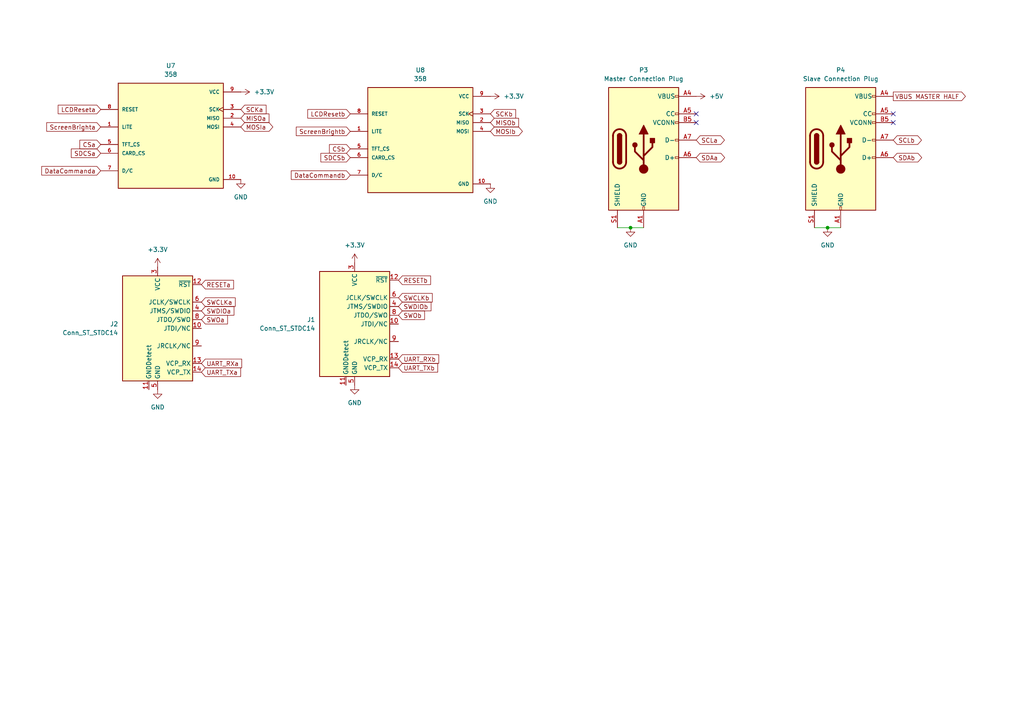
<source format=kicad_sch>
(kicad_sch (version 20250114) (generator "eeschema") (generator_version "9.0")
  (paper "A4")
  (lib_symbols
    (symbol "Connector:Conn_ST_STDC14"
      (property "Reference" "J" (at -8.89 16.51 0))
      (property "Value" "Conn_ST_STDC14" (at 17.78 16.51 0))
      (symbol "Conn_ST_STDC14_0_1"
        (rectangle (start -10.16 15.24) (end 10.16 -15.24) (stroke (width 0.254)) (fill (type background)))
      )
      (symbol "Conn_ST_STDC14_1_1"
        (pin no_connect line (at -10.16 5.08 0) (length 2.54) (hide yes) (name "NC") (number "1"))
        (pin no_connect line (at -10.16 2.54 0) (length 2.54) (hide yes) (name "NC") (number "2"))
        (pin passive line (at -2.54 -17.78 90) (length 2.54) (name "GNDDetect") (number "11"))
        (pin power_in line (at 0 17.78 270) (length 2.54) (name "VCC") (number "3"))
        (pin power_in line (at 0 -17.78 90) (length 2.54) (name "GND") (number "5"))
        (pin passive line (at 0 -17.78 90) (length 2.54) (hide yes) (name "GND") (number "7"))
        (pin open_collector line (at 12.7 12.7 180) (length 2.54) (name "~{RST}") (number "12"))
        (pin output line (at 12.7 7.62 180) (length 2.54) (name "JCLK/SWCLK") (number "6"))
        (pin bidirectional line (at 12.7 5.08 180) (length 2.54) (name "JTMS/SWDIO") (number "4"))
        (pin input line (at 12.7 2.54 180) (length 2.54) (name "JTDO/SWO") (number "8"))
        (pin output line (at 12.7 0 180) (length 2.54) (name "JTDI/NC") (number "10"))
        (pin input line (at 12.7 -5.08 180) (length 2.54) (name "JRCLK/NC") (number "9"))
        (pin output line (at 12.7 -10.16 180) (length 2.54) (name "VCP_RX") (number "13"))
        (pin input line (at 12.7 -12.7 180) (length 2.54) (name "VCP_TX") (number "14"))
      )
    )
    (symbol "Connector:USB_C_Plug_USB2.0" (pin_names (offset 1.016))
      (property "Reference" "P" (at -10.16 19.05 0))
      (property "Value" "USB_C_Plug_USB2.0" (at 12.7 19.05 0))
      (symbol "USB_C_Plug_USB2.0_0_0"
        (rectangle (start -0.254 -17.78) (end 0.254 -16.764))
        (rectangle (start 10.16 15.494) (end 9.144 14.986))
        (rectangle (start 10.16 10.414) (end 9.144 9.906))
        (rectangle (start 10.16 7.874) (end 9.144 7.366))
        (rectangle (start 10.16 2.794) (end 9.144 2.286))
        (rectangle (start 10.16 -2.286) (end 9.144 -2.794))
      )
      (symbol "USB_C_Plug_USB2.0_0_1"
        (rectangle (start -10.16 17.78) (end 10.16 -17.78) (stroke (width 0.254)) (fill (type background)))
        (polyline (pts (xy -8.89 -3.81) (xy -8.89 3.81)) (stroke (width 0.508)))
        (rectangle (start -7.62 -3.81) (end -6.35 3.81) (stroke (width 0.254)) (fill (type outline)))
        (arc (start -7.62 3.81) (mid -6.985 4.4423) (end -6.35 3.81) (stroke (width 0.254)))
        (arc (start -7.62 3.81) (mid -6.985 4.4423) (end -6.35 3.81) (stroke (width 0.254)) (fill (type outline)))
        (arc (start -8.89 3.81) (mid -6.985 5.7067) (end -5.08 3.81) (stroke (width 0.508)))
        (arc (start -5.08 -3.81) (mid -6.985 -5.7067) (end -8.89 -3.81) (stroke (width 0.508)))
        (arc (start -6.35 -3.81) (mid -6.985 -4.4423) (end -7.62 -3.81) (stroke (width 0.254)))
        (arc (start -6.35 -3.81) (mid -6.985 -4.4423) (end -7.62 -3.81) (stroke (width 0.254)) (fill (type outline)))
        (polyline (pts (xy -5.08 3.81) (xy -5.08 -3.81)) (stroke (width 0.508)))
        (circle (center -2.54 1.143) (radius 0.635) (stroke (width 0.254)) (fill (type outline)))
        (polyline (pts (xy -1.27 4.318) (xy 0 6.858) (xy 1.27 4.318) (xy -1.27 4.318)) (stroke (width 0.254)) (fill (type outline)))
        (polyline (pts (xy 0 -2.032) (xy 2.54 0.508) (xy 2.54 1.778)) (stroke (width 0.508)))
        (polyline (pts (xy 0 -3.302) (xy -2.54 -0.762) (xy -2.54 0.508)) (stroke (width 0.508)))
        (polyline (pts (xy 0 -5.842) (xy 0 4.318)) (stroke (width 0.508)))
        (circle (center 0 -5.842) (radius 1.27) (fill (type outline)))
        (rectangle (start 1.905 1.778) (end 3.175 3.048) (stroke (width 0.254)) (fill (type outline)))
      )
      (symbol "USB_C_Plug_USB2.0_1_1"
        (pin passive line (at -7.62 -22.86 90) (length 5.08) (name "SHIELD") (number "S1"))
        (pin passive line (at 0 -22.86 90) (length 5.08) (name "GND") (number "A1"))
        (pin passive line (at 0 -22.86 90) (length 5.08) (hide yes) (name "GND") (number "A12"))
        (pin passive line (at 0 -22.86 90) (length 5.08) (hide yes) (name "GND") (number "B1"))
        (pin passive line (at 0 -22.86 90) (length 5.08) (hide yes) (name "GND") (number "B12"))
        (pin passive line (at 15.24 15.24 180) (length 5.08) (name "VBUS") (number "A4"))
        (pin passive line (at 15.24 15.24 180) (length 5.08) (hide yes) (name "VBUS") (number "A9"))
        (pin passive line (at 15.24 15.24 180) (length 5.08) (hide yes) (name "VBUS") (number "B4"))
        (pin passive line (at 15.24 15.24 180) (length 5.08) (hide yes) (name "VBUS") (number "B9"))
        (pin bidirectional line (at 15.24 10.16 180) (length 5.08) (name "CC") (number "A5"))
        (pin bidirectional line (at 15.24 7.62 180) (length 5.08) (name "VCONN") (number "B5"))
        (pin bidirectional line (at 15.24 2.54 180) (length 5.08) (name "D-") (number "A7"))
        (pin bidirectional line (at 15.24 -2.54 180) (length 5.08) (name "D+") (number "A6"))
      )
    )
    (symbol "led:358" (pin_names (offset 1.016))
      (property "Reference" "U" (at -15.24 16.002 0))
      (property "Value" "358" (at -15.24 -17.78 0))
      (symbol "358_0_0"
        (rectangle (start -15.24 -15.24) (end 15.24 15.24) (stroke (width 0.254)) (fill (type background)))
        (pin input line (at -20.32 7.62 0) (length 5.08) (name "RESET") (number "8"))
        (pin input line (at -20.32 2.54 0) (length 5.08) (name "LITE") (number "1"))
        (pin input line (at -20.32 -2.54 0) (length 5.08) (name "TFT_CS") (number "5"))
        (pin input line (at -20.32 -5.08 0) (length 5.08) (name "CARD_CS") (number "6"))
        (pin input line (at -20.32 -10.16 0) (length 5.08) (name "D/C") (number "7"))
        (pin power_in line (at 20.32 12.7 180) (length 5.08) (name "VCC") (number "9"))
        (pin input clock (at 20.32 7.62 180) (length 5.08) (name "SCK") (number "3"))
        (pin output line (at 20.32 5.08 180) (length 5.08) (name "MISO") (number "2"))
        (pin input line (at 20.32 2.54 180) (length 5.08) (name "MOSI") (number "4"))
        (pin power_in line (at 20.32 -12.7 180) (length 5.08) (name "GND") (number "10"))
      )
    )
    (symbol "power:+3.3V" (power) (pin_numbers (hide yes)) (pin_names (offset 0) (hide yes))
      (property "Value" "+3.3V" (at 0 3.556 0))
      (symbol "+3.3V_0_1"
        (polyline (pts (xy -0.762 1.27) (xy 0 2.54)))
        (polyline (pts (xy 0 2.54) (xy 0.762 1.27)))
        (polyline (pts (xy 0 0) (xy 0 2.54)))
      )
      (symbol "+3.3V_1_1"
        (pin power_in line (at 0 0 90) (length 0) (name "~") (number "1"))
      )
    )
    (symbol "power:+5V" (power) (pin_numbers (hide yes)) (pin_names (offset 0) (hide yes))
      (property "Value" "+5V" (at 0 3.556 0))
      (symbol "+5V_0_1"
        (polyline (pts (xy -0.762 1.27) (xy 0 2.54)))
        (polyline (pts (xy 0 2.54) (xy 0.762 1.27)))
        (polyline (pts (xy 0 0) (xy 0 2.54)))
      )
      (symbol "+5V_1_1"
        (pin power_in line (at 0 0 90) (length 0) (name "~") (number "1"))
      )
    )
    (symbol "power:GND" (power) (pin_numbers (hide yes)) (pin_names (offset 0) (hide yes))
      (property "Value" "GND" (at 0 -3.81 0))
      (symbol "GND_0_1"
        (polyline (pts (xy 0 0) (xy 0 -1.27) (xy 1.27 -1.27) (xy 0 -2.54) (xy -1.27 -1.27) (xy 0 -1.27)))
      )
      (symbol "GND_1_1"
        (pin power_in line (at 0 0 270) (length 0) (name "~") (number "1"))
      )
    )
  )
  (junction (at 182.88 66.04))
  (junction (at 240.03 66.04))
  (no_connect (at 259.08 33.02))
  (no_connect (at 201.93 33.02))
  (no_connect (at 201.93 35.56))
  (no_connect (at 259.08 35.56))
  (wire (pts (xy 182.88 66.04) (xy 186.69 66.04)))
  (wire (pts (xy 179.07 66.04) (xy 182.88 66.04)))
  (wire (pts (xy 236.22 66.04) (xy 240.03 66.04)))
  (wire (pts (xy 240.03 66.04) (xy 243.84 66.04)))
  (global_label "MOSIb" (shape bidirectional) (at 142.24 38.1 0) (property "Intersheetrefs" "${INTERSHEET_REFS}" (effects (hide yes))))
  (global_label "SWDIOb" (shape input) (at 115.57 88.9 0) (property "Intersheetrefs" "${INTERSHEET_REFS}" (effects (hide yes))))
  (global_label "SCLa" (shape bidirectional) (at 201.93 40.64 0) (property "Intersheetrefs" "${INTERSHEET_REFS}" (effects (hide yes))))
  (global_label "SWCLKb" (shape input) (at 115.57 86.36 0) (property "Intersheetrefs" "${INTERSHEET_REFS}" (effects (hide yes))))
  (global_label "ScreenBrighta" (shape input) (at 29.21 36.83 180) (property "Intersheetrefs" "${INTERSHEET_REFS}" (effects (hide yes))))
  (global_label "SDCSb" (shape input) (at 101.6 45.72 180) (property "Intersheetrefs" "${INTERSHEET_REFS}" (effects (hide yes))))
  (global_label "UART_TXa" (shape input) (at 58.42 107.95 0) (property "Intersheetrefs" "${INTERSHEET_REFS}" (effects (hide yes))))
  (global_label "MOSIa" (shape bidirectional) (at 69.85 36.83 0) (property "Intersheetrefs" "${INTERSHEET_REFS}" (effects (hide yes))))
  (global_label "SDAb" (shape bidirectional) (at 259.08 45.72 0) (property "Intersheetrefs" "${INTERSHEET_REFS}" (effects (hide yes))))
  (global_label "RESETb" (shape input) (at 115.57 81.28 0) (property "Intersheetrefs" "${INTERSHEET_REFS}" (effects (hide yes))))
  (global_label "SDCSa" (shape input) (at 29.21 44.45 180) (property "Intersheetrefs" "${INTERSHEET_REFS}" (effects (hide yes))))
  (global_label "MISOb" (shape input) (at 142.24 35.56 0) (property "Intersheetrefs" "${INTERSHEET_REFS}" (effects (hide yes))))
  (global_label "UART_RXa" (shape input) (at 58.42 105.41 0) (property "Intersheetrefs" "${INTERSHEET_REFS}" (effects (hide yes))))
  (global_label "SCKa" (shape input) (at 69.85 31.75 0) (property "Intersheetrefs" "${INTERSHEET_REFS}" (effects (hide yes))))
  (global_label "SCKb" (shape input) (at 142.24 33.02 0) (property "Intersheetrefs" "${INTERSHEET_REFS}" (effects (hide yes))))
  (global_label "CSa" (shape input) (at 29.21 41.91 180) (property "Intersheetrefs" "${INTERSHEET_REFS}" (effects (hide yes))))
  (global_label "SWOa" (shape input) (at 58.42 92.71 0) (property "Intersheetrefs" "${INTERSHEET_REFS}" (effects (hide yes))))
  (global_label "VBUS MASTER HALF" (shape output) (at 259.08 27.94 0) (property "Intersheetrefs" "${INTERSHEET_REFS}" (effects (hide yes))))
  (global_label "UART_RXb" (shape input) (at 115.57 104.14 0) (property "Intersheetrefs" "${INTERSHEET_REFS}" (effects (hide yes))))
  (global_label "SWDIOa" (shape input) (at 58.42 90.17 0) (property "Intersheetrefs" "${INTERSHEET_REFS}" (effects (hide yes))))
  (global_label "DataCommanda" (shape input) (at 29.21 49.53 180) (property "Intersheetrefs" "${INTERSHEET_REFS}" (effects (hide yes))))
  (global_label "LCDResetb" (shape input) (at 101.6 33.02 180) (property "Intersheetrefs" "${INTERSHEET_REFS}" (effects (hide yes))))
  (global_label "SDAa" (shape bidirectional) (at 201.93 45.72 0) (property "Intersheetrefs" "${INTERSHEET_REFS}" (effects (hide yes))))
  (global_label "UART_TXb" (shape input) (at 115.57 106.68 0) (property "Intersheetrefs" "${INTERSHEET_REFS}" (effects (hide yes))))
  (global_label "DataCommandb" (shape input) (at 101.6 50.8 180) (property "Intersheetrefs" "${INTERSHEET_REFS}" (effects (hide yes))))
  (global_label "CSb" (shape input) (at 101.6 43.18 180) (property "Intersheetrefs" "${INTERSHEET_REFS}" (effects (hide yes))))
  (global_label "SWCLKa" (shape input) (at 58.42 87.63 0) (property "Intersheetrefs" "${INTERSHEET_REFS}" (effects (hide yes))))
  (global_label "MISOa" (shape input) (at 69.85 34.29 0) (property "Intersheetrefs" "${INTERSHEET_REFS}" (effects (hide yes))))
  (global_label "RESETa" (shape input) (at 58.42 82.55 0) (property "Intersheetrefs" "${INTERSHEET_REFS}" (effects (hide yes))))
  (global_label "SCLb" (shape bidirectional) (at 259.08 40.64 0) (property "Intersheetrefs" "${INTERSHEET_REFS}" (effects (hide yes))))
  (global_label "LCDReseta" (shape input) (at 29.21 31.75 180) (property "Intersheetrefs" "${INTERSHEET_REFS}" (effects (hide yes))))
  (global_label "SWOb" (shape input) (at 115.57 91.44 0) (property "Intersheetrefs" "${INTERSHEET_REFS}" (effects (hide yes))))
  (global_label "ScreenBrightb" (shape input) (at 101.6 38.1 180) (property "Intersheetrefs" "${INTERSHEET_REFS}" (effects (hide yes))))
  (symbol (lib_id "power:+5V") (at 201.93 27.94 270) (unit 1)
    (property "Reference" "#PWR018" (effects (hide yes)))
    (property "Value" "+5V" (at 205.74 27.9399 90) (effects (justify left)))
    (property "Description" "Power symbol creates a global label with name \"+5V\"" (effects (hide yes)))
  )
  (symbol (lib_id "power:GND") (at 142.24 53.34 0) (unit 1)
    (property "Reference" "#PWR019" (effects (hide yes)))
    (property "Value" "GND" (at 142.24 58.42 0))
    (property "Description" "Power symbol creates a global label with name \"GND\" , ground" (effects (hide yes)))
  )
  (symbol (lib_id "power:GND") (at 102.87 111.76 0) (unit 1)
    (property "Reference" "#PWR0112" (effects (hide yes)))
    (property "Value" "GND" (at 102.87 116.84 0))
    (property "Description" "Power symbol creates a global label with name \"GND\" , ground" (effects (hide yes)))
  )
  (symbol (lib_id "Connector:Conn_ST_STDC14") (at 45.72 95.25 0) (unit 1)
    (property "Reference" "J2" (at 34.29 93.9799 0) (effects (justify right)))
    (property "Value" "Conn_ST_STDC14" (at 34.29 96.5199 0) (effects (justify right)))
    (property "Footprint" "Connector_PinHeader_1.27mm:PinHeader_2x07_P1.27mm_Horizontal" (effects (hide yes)))
    (property "Datasheet" "https://www.st.com/content/ccc/resource/technical/document/user_manual/group1/99/49/91/b6/b2/3a/46/e5/DM00526767/files/DM00526767.pdf/jcr:content/translations/en.DM00526767.pdf" (effects (hide yes)))
    (property "Description" "ST Debug Connector, standard ARM Cortex-M SWD and JTAG interface plus UART" (effects (hide yes)))
  )
  (symbol (lib_id "power:+3.3V") (at 45.72 77.47 0) (unit 1)
    (property "Reference" "#PWR023" (effects (hide yes)))
    (property "Value" "+3.3V" (at 45.72 72.39 0))
    (property "Description" "Power symbol creates a global label with name \"+3.3V\"" (effects (hide yes)))
  )
  (symbol (lib_id "power:+3.3V") (at 69.85 26.67 270) (unit 1)
    (property "Reference" "#PWR017" (effects (hide yes)))
    (property "Value" "+3.3V" (at 73.66 26.6699 90) (effects (justify left)))
    (property "Description" "Power symbol creates a global label with name \"+3.3V\"" (effects (hide yes)))
  )
  (symbol (lib_id "Connector:Conn_ST_STDC14") (at 102.87 93.98 0) (unit 1)
    (property "Reference" "J1" (at 91.44 92.7099 0) (effects (justify right)))
    (property "Value" "Conn_ST_STDC14" (at 91.44 95.2499 0) (effects (justify right)))
    (property "Footprint" "Connector_PinHeader_1.27mm:PinHeader_2x07_P1.27mm_Horizontal" (effects (hide yes)))
    (property "Datasheet" "https://www.st.com/content/ccc/resource/technical/document/user_manual/group1/99/49/91/b6/b2/3a/46/e5/DM00526767/files/DM00526767.pdf/jcr:content/translations/en.DM00526767.pdf" (effects (hide yes)))
    (property "Description" "ST Debug Connector, standard ARM Cortex-M SWD and JTAG interface plus UART" (effects (hide yes)))
  )
  (symbol (lib_id "power:GND") (at 240.03 66.04 0) (unit 1)
    (property "Reference" "#PWR022" (effects (hide yes)))
    (property "Value" "GND" (at 240.03 71.12 0))
    (property "Description" "Power symbol creates a global label with name \"GND\" , ground" (effects (hide yes)))
  )
  (symbol (lib_id "power:+3.3V") (at 142.24 27.94 270) (unit 1)
    (property "Reference" "#PWR033" (effects (hide yes)))
    (property "Value" "+3.3V" (at 146.05 27.9399 90) (effects (justify left)))
    (property "Description" "Power symbol creates a global label with name \"+3.3V\"" (effects (hide yes)))
  )
  (symbol (lib_id "led:358") (at 49.53 39.37 0) (unit 1)
    (property "Reference" "U7" (at 49.53 19.05 0))
    (property "Value" "358" (at 49.53 21.59 0))
    (property "Footprint" "LCD:MODULE_358" (effects (hide yes)))
    (property "PARTREV" "2021-12-09" (effects (hide yes)))
    (property "MANUFACTURER" "Adafruit Industries" (effects (hide yes)))
    (property "STANDARD" "Manufacturer Recommendations" (effects (hide yes)))
  )
  (symbol (lib_id "power:GND") (at 69.85 52.07 0) (unit 1)
    (property "Reference" "#PWR020" (effects (hide yes)))
    (property "Value" "GND" (at 69.85 57.15 0))
    (property "Description" "Power symbol creates a global label with name \"GND\" , ground" (effects (hide yes)))
  )
  (symbol (lib_id "Connector:USB_C_Plug_USB2.0") (at 186.69 43.18 0) (unit 1)
    (property "Reference" "P3" (at 186.69 20.32 0))
    (property "Value" "Master Connection Plug" (at 186.69 22.86 0))
    (property "Footprint" "Custom Lib:USB_C_Receptacle_GCT_USB4110" (effects (hide yes)))
    (property "Datasheet" "https://www.usb.org/sites/default/files/documents/usb_type-c.zip" (effects (hide yes)))
    (property "Description" "USB 2.0-only Type-C Plug connector" (effects (hide yes)))
  )
  (symbol (lib_id "led:358") (at 121.92 40.64 0) (unit 1)
    (property "Reference" "U8" (at 121.92 20.32 0))
    (property "Value" "358" (at 121.92 22.86 0))
    (property "Footprint" "LCD:MODULE_358" (effects (hide yes)))
    (property "PARTREV" "2021-12-09" (effects (hide yes)))
    (property "MANUFACTURER" "Adafruit Industries" (effects (hide yes)))
    (property "STANDARD" "Manufacturer Recommendations" (effects (hide yes)))
  )
  (symbol (lib_id "Connector:USB_C_Plug_USB2.0") (at 243.84 43.18 0) (unit 1)
    (property "Reference" "P4" (at 243.84 20.32 0))
    (property "Value" "Slave Connection Plug" (at 243.84 22.86 0))
    (property "Footprint" "Custom Lib:USB_C_Receptacle_GCT_USB4110" (effects (hide yes)))
    (property "Datasheet" "https://www.usb.org/sites/default/files/documents/usb_type-c.zip" (effects (hide yes)))
    (property "Description" "USB 2.0-only Type-C Plug connector" (effects (hide yes)))
  )
  (symbol (lib_id "power:GND") (at 182.88 66.04 0) (unit 1)
    (property "Reference" "#PWR021" (effects (hide yes)))
    (property "Value" "GND" (at 182.88 71.12 0))
    (property "Description" "Power symbol creates a global label with name \"GND\" , ground" (effects (hide yes)))
  )
  (symbol (lib_id "power:GND") (at 45.72 113.03 0) (unit 1)
    (property "Reference" "#PWR024" (effects (hide yes)))
    (property "Value" "GND" (at 45.72 118.11 0))
    (property "Description" "Power symbol creates a global label with name \"GND\" , ground" (effects (hide yes)))
  )
  (symbol (lib_id "power:+3.3V") (at 102.87 76.2 0) (unit 1)
    (property "Reference" "#PWR0113" (effects (hide yes)))
    (property "Value" "+3.3V" (at 102.87 71.12 0))
    (property "Description" "Power symbol creates a global label with name \"+3.3V\"" (effects (hide yes)))
  )
)
</source>
